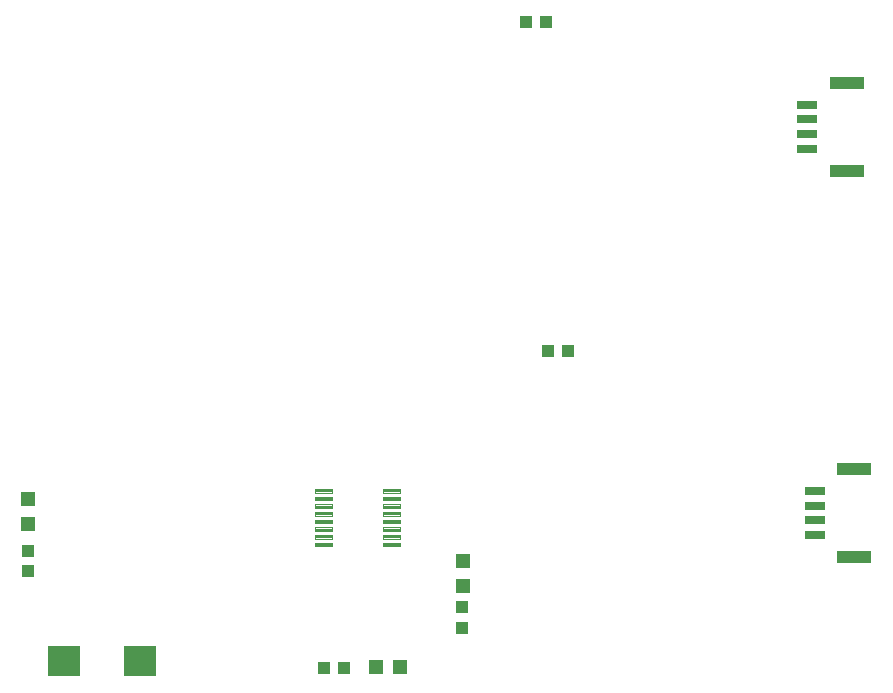
<source format=gtp>
G04 EAGLE Gerber RS-274X export*
G75*
%MOMM*%
%FSLAX34Y34*%
%LPD*%
%INSolderpaste Top*%
%IPPOS*%
%AMOC8*
5,1,8,0,0,1.08239X$1,22.5*%
G01*
%ADD10R,1.200000X1.200000*%
%ADD11R,1.100000X1.000000*%
%ADD12R,2.770000X2.550000*%
%ADD13R,1.701800X0.660400*%
%ADD14R,2.895600X1.092200*%
%ADD15R,1.000000X1.100000*%
%ADD16C,0.102500*%


D10*
X375285Y140294D03*
X375285Y119294D03*
X322412Y50419D03*
X301412Y50419D03*
D11*
X447303Y318389D03*
X464303Y318389D03*
D12*
X101796Y55499D03*
X37396Y55499D03*
D11*
X429015Y596900D03*
X446015Y596900D03*
D13*
X666924Y489377D03*
X666924Y501877D03*
X666924Y514377D03*
X666924Y526877D03*
D14*
X700424Y470877D03*
X700424Y545377D03*
D13*
X673274Y162352D03*
X673274Y174852D03*
X673274Y187352D03*
X673274Y199852D03*
D14*
X706774Y143852D03*
X706774Y218352D03*
D11*
X274311Y50292D03*
X257311Y50292D03*
D15*
X374650Y101210D03*
X374650Y84210D03*
D16*
X321915Y156080D02*
X307239Y156080D01*
X321915Y156080D02*
X321915Y153004D01*
X307239Y153004D01*
X307239Y156080D01*
X307239Y153978D02*
X321915Y153978D01*
X321915Y154952D02*
X307239Y154952D01*
X307239Y155926D02*
X321915Y155926D01*
X321915Y162580D02*
X307239Y162580D01*
X321915Y162580D02*
X321915Y159504D01*
X307239Y159504D01*
X307239Y162580D01*
X307239Y160478D02*
X321915Y160478D01*
X321915Y161452D02*
X307239Y161452D01*
X307239Y162426D02*
X321915Y162426D01*
X321915Y169080D02*
X307239Y169080D01*
X321915Y169080D02*
X321915Y166004D01*
X307239Y166004D01*
X307239Y169080D01*
X307239Y166978D02*
X321915Y166978D01*
X321915Y167952D02*
X307239Y167952D01*
X307239Y168926D02*
X321915Y168926D01*
X321915Y175580D02*
X307239Y175580D01*
X321915Y175580D02*
X321915Y172504D01*
X307239Y172504D01*
X307239Y175580D01*
X307239Y173478D02*
X321915Y173478D01*
X321915Y174452D02*
X307239Y174452D01*
X307239Y175426D02*
X321915Y175426D01*
X321915Y182080D02*
X307239Y182080D01*
X321915Y182080D02*
X321915Y179004D01*
X307239Y179004D01*
X307239Y182080D01*
X307239Y179978D02*
X321915Y179978D01*
X321915Y180952D02*
X307239Y180952D01*
X307239Y181926D02*
X321915Y181926D01*
X321915Y188580D02*
X307239Y188580D01*
X321915Y188580D02*
X321915Y185504D01*
X307239Y185504D01*
X307239Y188580D01*
X307239Y186478D02*
X321915Y186478D01*
X321915Y187452D02*
X307239Y187452D01*
X307239Y188426D02*
X321915Y188426D01*
X321915Y195080D02*
X307239Y195080D01*
X321915Y195080D02*
X321915Y192004D01*
X307239Y192004D01*
X307239Y195080D01*
X307239Y192978D02*
X321915Y192978D01*
X321915Y193952D02*
X307239Y193952D01*
X307239Y194926D02*
X321915Y194926D01*
X321915Y201580D02*
X307239Y201580D01*
X321915Y201580D02*
X321915Y198504D01*
X307239Y198504D01*
X307239Y201580D01*
X307239Y199478D02*
X321915Y199478D01*
X321915Y200452D02*
X307239Y200452D01*
X307239Y201426D02*
X321915Y201426D01*
X264515Y201580D02*
X249839Y201580D01*
X264515Y201580D02*
X264515Y198504D01*
X249839Y198504D01*
X249839Y201580D01*
X249839Y199478D02*
X264515Y199478D01*
X264515Y200452D02*
X249839Y200452D01*
X249839Y201426D02*
X264515Y201426D01*
X264515Y195080D02*
X249839Y195080D01*
X264515Y195080D02*
X264515Y192004D01*
X249839Y192004D01*
X249839Y195080D01*
X249839Y192978D02*
X264515Y192978D01*
X264515Y193952D02*
X249839Y193952D01*
X249839Y194926D02*
X264515Y194926D01*
X264515Y188580D02*
X249839Y188580D01*
X264515Y188580D02*
X264515Y185504D01*
X249839Y185504D01*
X249839Y188580D01*
X249839Y186478D02*
X264515Y186478D01*
X264515Y187452D02*
X249839Y187452D01*
X249839Y188426D02*
X264515Y188426D01*
X264515Y182080D02*
X249839Y182080D01*
X264515Y182080D02*
X264515Y179004D01*
X249839Y179004D01*
X249839Y182080D01*
X249839Y179978D02*
X264515Y179978D01*
X264515Y180952D02*
X249839Y180952D01*
X249839Y181926D02*
X264515Y181926D01*
X264515Y175580D02*
X249839Y175580D01*
X264515Y175580D02*
X264515Y172504D01*
X249839Y172504D01*
X249839Y175580D01*
X249839Y173478D02*
X264515Y173478D01*
X264515Y174452D02*
X249839Y174452D01*
X249839Y175426D02*
X264515Y175426D01*
X264515Y169080D02*
X249839Y169080D01*
X264515Y169080D02*
X264515Y166004D01*
X249839Y166004D01*
X249839Y169080D01*
X249839Y166978D02*
X264515Y166978D01*
X264515Y167952D02*
X249839Y167952D01*
X249839Y168926D02*
X264515Y168926D01*
X264515Y162580D02*
X249839Y162580D01*
X264515Y162580D02*
X264515Y159504D01*
X249839Y159504D01*
X249839Y162580D01*
X249839Y160478D02*
X264515Y160478D01*
X264515Y161452D02*
X249839Y161452D01*
X249839Y162426D02*
X264515Y162426D01*
X264515Y156080D02*
X249839Y156080D01*
X264515Y156080D02*
X264515Y153004D01*
X249839Y153004D01*
X249839Y156080D01*
X249839Y153978D02*
X264515Y153978D01*
X264515Y154952D02*
X249839Y154952D01*
X249839Y155926D02*
X264515Y155926D01*
D10*
X7366Y192745D03*
X7366Y171745D03*
D15*
X7366Y149216D03*
X7366Y132216D03*
M02*

</source>
